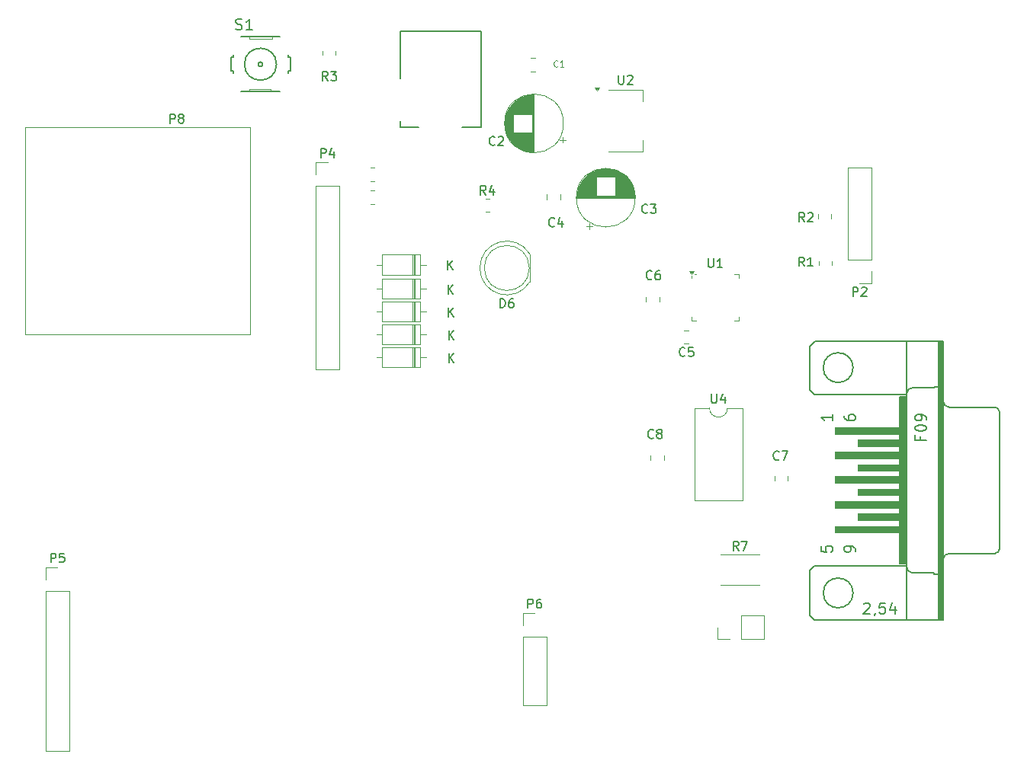
<source format=gto>
G04 #@! TF.GenerationSoftware,KiCad,Pcbnew,8.0.6*
G04 #@! TF.CreationDate,2025-01-16T09:59:48-05:00*
G04 #@! TF.ProjectId,RL78_F14_32p_Rev2,524c3738-5f46-4313-945f-3332705f5265,rev?*
G04 #@! TF.SameCoordinates,Original*
G04 #@! TF.FileFunction,Legend,Top*
G04 #@! TF.FilePolarity,Positive*
%FSLAX46Y46*%
G04 Gerber Fmt 4.6, Leading zero omitted, Abs format (unit mm)*
G04 Created by KiCad (PCBNEW 8.0.6) date 2025-01-16 09:59:48*
%MOMM*%
%LPD*%
G01*
G04 APERTURE LIST*
%ADD10C,0.100000*%
%ADD11C,0.150000*%
%ADD12C,0.127000*%
%ADD13C,0.203200*%
%ADD14C,0.120000*%
%ADD15C,0.152400*%
%ADD16C,0.050800*%
%ADD17C,0.000000*%
G04 APERTURE END LIST*
D10*
X129558133Y-71970366D02*
X129524800Y-72003700D01*
X129524800Y-72003700D02*
X129424800Y-72037033D01*
X129424800Y-72037033D02*
X129358133Y-72037033D01*
X129358133Y-72037033D02*
X129258133Y-72003700D01*
X129258133Y-72003700D02*
X129191467Y-71937033D01*
X129191467Y-71937033D02*
X129158133Y-71870366D01*
X129158133Y-71870366D02*
X129124800Y-71737033D01*
X129124800Y-71737033D02*
X129124800Y-71637033D01*
X129124800Y-71637033D02*
X129158133Y-71503700D01*
X129158133Y-71503700D02*
X129191467Y-71437033D01*
X129191467Y-71437033D02*
X129258133Y-71370366D01*
X129258133Y-71370366D02*
X129358133Y-71337033D01*
X129358133Y-71337033D02*
X129424800Y-71337033D01*
X129424800Y-71337033D02*
X129524800Y-71370366D01*
X129524800Y-71370366D02*
X129558133Y-71403700D01*
X130224800Y-72037033D02*
X129824800Y-72037033D01*
X130024800Y-72037033D02*
X130024800Y-71337033D01*
X130024800Y-71337033D02*
X129958133Y-71437033D01*
X129958133Y-71437033D02*
X129891467Y-71503700D01*
X129891467Y-71503700D02*
X129824800Y-71537033D01*
D11*
X117338095Y-94554819D02*
X117338095Y-93554819D01*
X117909523Y-94554819D02*
X117480952Y-93983390D01*
X117909523Y-93554819D02*
X117338095Y-94126247D01*
X117478095Y-104924819D02*
X117478095Y-103924819D01*
X118049523Y-104924819D02*
X117620952Y-104353390D01*
X118049523Y-103924819D02*
X117478095Y-104496247D01*
X156973333Y-89247319D02*
X156640000Y-88771128D01*
X156401905Y-89247319D02*
X156401905Y-88247319D01*
X156401905Y-88247319D02*
X156782857Y-88247319D01*
X156782857Y-88247319D02*
X156878095Y-88294938D01*
X156878095Y-88294938D02*
X156925714Y-88342557D01*
X156925714Y-88342557D02*
X156973333Y-88437795D01*
X156973333Y-88437795D02*
X156973333Y-88580652D01*
X156973333Y-88580652D02*
X156925714Y-88675890D01*
X156925714Y-88675890D02*
X156878095Y-88723509D01*
X156878095Y-88723509D02*
X156782857Y-88771128D01*
X156782857Y-88771128D02*
X156401905Y-88771128D01*
X157354286Y-88342557D02*
X157401905Y-88294938D01*
X157401905Y-88294938D02*
X157497143Y-88247319D01*
X157497143Y-88247319D02*
X157735238Y-88247319D01*
X157735238Y-88247319D02*
X157830476Y-88294938D01*
X157830476Y-88294938D02*
X157878095Y-88342557D01*
X157878095Y-88342557D02*
X157925714Y-88437795D01*
X157925714Y-88437795D02*
X157925714Y-88533033D01*
X157925714Y-88533033D02*
X157878095Y-88675890D01*
X157878095Y-88675890D02*
X157306667Y-89247319D01*
X157306667Y-89247319D02*
X157925714Y-89247319D01*
X121583333Y-86254819D02*
X121250000Y-85778628D01*
X121011905Y-86254819D02*
X121011905Y-85254819D01*
X121011905Y-85254819D02*
X121392857Y-85254819D01*
X121392857Y-85254819D02*
X121488095Y-85302438D01*
X121488095Y-85302438D02*
X121535714Y-85350057D01*
X121535714Y-85350057D02*
X121583333Y-85445295D01*
X121583333Y-85445295D02*
X121583333Y-85588152D01*
X121583333Y-85588152D02*
X121535714Y-85683390D01*
X121535714Y-85683390D02*
X121488095Y-85731009D01*
X121488095Y-85731009D02*
X121392857Y-85778628D01*
X121392857Y-85778628D02*
X121011905Y-85778628D01*
X122440476Y-85588152D02*
X122440476Y-86254819D01*
X122202381Y-85207200D02*
X121964286Y-85921485D01*
X121964286Y-85921485D02*
X122583333Y-85921485D01*
X104033333Y-73554819D02*
X103700000Y-73078628D01*
X103461905Y-73554819D02*
X103461905Y-72554819D01*
X103461905Y-72554819D02*
X103842857Y-72554819D01*
X103842857Y-72554819D02*
X103938095Y-72602438D01*
X103938095Y-72602438D02*
X103985714Y-72650057D01*
X103985714Y-72650057D02*
X104033333Y-72745295D01*
X104033333Y-72745295D02*
X104033333Y-72888152D01*
X104033333Y-72888152D02*
X103985714Y-72983390D01*
X103985714Y-72983390D02*
X103938095Y-73031009D01*
X103938095Y-73031009D02*
X103842857Y-73078628D01*
X103842857Y-73078628D02*
X103461905Y-73078628D01*
X104366667Y-72554819D02*
X104985714Y-72554819D01*
X104985714Y-72554819D02*
X104652381Y-72935771D01*
X104652381Y-72935771D02*
X104795238Y-72935771D01*
X104795238Y-72935771D02*
X104890476Y-72983390D01*
X104890476Y-72983390D02*
X104938095Y-73031009D01*
X104938095Y-73031009D02*
X104985714Y-73126247D01*
X104985714Y-73126247D02*
X104985714Y-73364342D01*
X104985714Y-73364342D02*
X104938095Y-73459580D01*
X104938095Y-73459580D02*
X104890476Y-73507200D01*
X104890476Y-73507200D02*
X104795238Y-73554819D01*
X104795238Y-73554819D02*
X104509524Y-73554819D01*
X104509524Y-73554819D02*
X104414286Y-73507200D01*
X104414286Y-73507200D02*
X104366667Y-73459580D01*
X86511905Y-78304819D02*
X86511905Y-77304819D01*
X86511905Y-77304819D02*
X86892857Y-77304819D01*
X86892857Y-77304819D02*
X86988095Y-77352438D01*
X86988095Y-77352438D02*
X87035714Y-77400057D01*
X87035714Y-77400057D02*
X87083333Y-77495295D01*
X87083333Y-77495295D02*
X87083333Y-77638152D01*
X87083333Y-77638152D02*
X87035714Y-77733390D01*
X87035714Y-77733390D02*
X86988095Y-77781009D01*
X86988095Y-77781009D02*
X86892857Y-77828628D01*
X86892857Y-77828628D02*
X86511905Y-77828628D01*
X87654762Y-77733390D02*
X87559524Y-77685771D01*
X87559524Y-77685771D02*
X87511905Y-77638152D01*
X87511905Y-77638152D02*
X87464286Y-77542914D01*
X87464286Y-77542914D02*
X87464286Y-77495295D01*
X87464286Y-77495295D02*
X87511905Y-77400057D01*
X87511905Y-77400057D02*
X87559524Y-77352438D01*
X87559524Y-77352438D02*
X87654762Y-77304819D01*
X87654762Y-77304819D02*
X87845238Y-77304819D01*
X87845238Y-77304819D02*
X87940476Y-77352438D01*
X87940476Y-77352438D02*
X87988095Y-77400057D01*
X87988095Y-77400057D02*
X88035714Y-77495295D01*
X88035714Y-77495295D02*
X88035714Y-77542914D01*
X88035714Y-77542914D02*
X87988095Y-77638152D01*
X87988095Y-77638152D02*
X87940476Y-77685771D01*
X87940476Y-77685771D02*
X87845238Y-77733390D01*
X87845238Y-77733390D02*
X87654762Y-77733390D01*
X87654762Y-77733390D02*
X87559524Y-77781009D01*
X87559524Y-77781009D02*
X87511905Y-77828628D01*
X87511905Y-77828628D02*
X87464286Y-77923866D01*
X87464286Y-77923866D02*
X87464286Y-78114342D01*
X87464286Y-78114342D02*
X87511905Y-78209580D01*
X87511905Y-78209580D02*
X87559524Y-78257200D01*
X87559524Y-78257200D02*
X87654762Y-78304819D01*
X87654762Y-78304819D02*
X87845238Y-78304819D01*
X87845238Y-78304819D02*
X87940476Y-78257200D01*
X87940476Y-78257200D02*
X87988095Y-78209580D01*
X87988095Y-78209580D02*
X88035714Y-78114342D01*
X88035714Y-78114342D02*
X88035714Y-77923866D01*
X88035714Y-77923866D02*
X87988095Y-77828628D01*
X87988095Y-77828628D02*
X87940476Y-77781009D01*
X87940476Y-77781009D02*
X87845238Y-77733390D01*
X103261905Y-82124819D02*
X103261905Y-81124819D01*
X103261905Y-81124819D02*
X103642857Y-81124819D01*
X103642857Y-81124819D02*
X103738095Y-81172438D01*
X103738095Y-81172438D02*
X103785714Y-81220057D01*
X103785714Y-81220057D02*
X103833333Y-81315295D01*
X103833333Y-81315295D02*
X103833333Y-81458152D01*
X103833333Y-81458152D02*
X103785714Y-81553390D01*
X103785714Y-81553390D02*
X103738095Y-81601009D01*
X103738095Y-81601009D02*
X103642857Y-81648628D01*
X103642857Y-81648628D02*
X103261905Y-81648628D01*
X104690476Y-81458152D02*
X104690476Y-82124819D01*
X104452381Y-81077200D02*
X104214286Y-81791485D01*
X104214286Y-81791485D02*
X104833333Y-81791485D01*
X139533333Y-88209600D02*
X139485714Y-88257220D01*
X139485714Y-88257220D02*
X139342857Y-88304839D01*
X139342857Y-88304839D02*
X139247619Y-88304839D01*
X139247619Y-88304839D02*
X139104762Y-88257220D01*
X139104762Y-88257220D02*
X139009524Y-88161981D01*
X139009524Y-88161981D02*
X138961905Y-88066743D01*
X138961905Y-88066743D02*
X138914286Y-87876267D01*
X138914286Y-87876267D02*
X138914286Y-87733410D01*
X138914286Y-87733410D02*
X138961905Y-87542934D01*
X138961905Y-87542934D02*
X139009524Y-87447696D01*
X139009524Y-87447696D02*
X139104762Y-87352458D01*
X139104762Y-87352458D02*
X139247619Y-87304839D01*
X139247619Y-87304839D02*
X139342857Y-87304839D01*
X139342857Y-87304839D02*
X139485714Y-87352458D01*
X139485714Y-87352458D02*
X139533333Y-87400077D01*
X139866667Y-87304839D02*
X140485714Y-87304839D01*
X140485714Y-87304839D02*
X140152381Y-87685791D01*
X140152381Y-87685791D02*
X140295238Y-87685791D01*
X140295238Y-87685791D02*
X140390476Y-87733410D01*
X140390476Y-87733410D02*
X140438095Y-87781029D01*
X140438095Y-87781029D02*
X140485714Y-87876267D01*
X140485714Y-87876267D02*
X140485714Y-88114362D01*
X140485714Y-88114362D02*
X140438095Y-88209600D01*
X140438095Y-88209600D02*
X140390476Y-88257220D01*
X140390476Y-88257220D02*
X140295238Y-88304839D01*
X140295238Y-88304839D02*
X140009524Y-88304839D01*
X140009524Y-88304839D02*
X139914286Y-88257220D01*
X139914286Y-88257220D02*
X139866667Y-88209600D01*
X122584154Y-80691180D02*
X122536535Y-80738800D01*
X122536535Y-80738800D02*
X122393678Y-80786419D01*
X122393678Y-80786419D02*
X122298440Y-80786419D01*
X122298440Y-80786419D02*
X122155583Y-80738800D01*
X122155583Y-80738800D02*
X122060345Y-80643561D01*
X122060345Y-80643561D02*
X122012726Y-80548323D01*
X122012726Y-80548323D02*
X121965107Y-80357847D01*
X121965107Y-80357847D02*
X121965107Y-80214990D01*
X121965107Y-80214990D02*
X122012726Y-80024514D01*
X122012726Y-80024514D02*
X122060345Y-79929276D01*
X122060345Y-79929276D02*
X122155583Y-79834038D01*
X122155583Y-79834038D02*
X122298440Y-79786419D01*
X122298440Y-79786419D02*
X122393678Y-79786419D01*
X122393678Y-79786419D02*
X122536535Y-79834038D01*
X122536535Y-79834038D02*
X122584154Y-79881657D01*
X122965107Y-79881657D02*
X123012726Y-79834038D01*
X123012726Y-79834038D02*
X123107964Y-79786419D01*
X123107964Y-79786419D02*
X123346059Y-79786419D01*
X123346059Y-79786419D02*
X123441297Y-79834038D01*
X123441297Y-79834038D02*
X123488916Y-79881657D01*
X123488916Y-79881657D02*
X123536535Y-79976895D01*
X123536535Y-79976895D02*
X123536535Y-80072133D01*
X123536535Y-80072133D02*
X123488916Y-80214990D01*
X123488916Y-80214990D02*
X122917488Y-80786419D01*
X122917488Y-80786419D02*
X123536535Y-80786419D01*
X117478095Y-102384819D02*
X117478095Y-101384819D01*
X118049523Y-102384819D02*
X117620952Y-101813390D01*
X118049523Y-101384819D02*
X117478095Y-101956247D01*
X140008333Y-95597080D02*
X139960714Y-95644700D01*
X139960714Y-95644700D02*
X139817857Y-95692319D01*
X139817857Y-95692319D02*
X139722619Y-95692319D01*
X139722619Y-95692319D02*
X139579762Y-95644700D01*
X139579762Y-95644700D02*
X139484524Y-95549461D01*
X139484524Y-95549461D02*
X139436905Y-95454223D01*
X139436905Y-95454223D02*
X139389286Y-95263747D01*
X139389286Y-95263747D02*
X139389286Y-95120890D01*
X139389286Y-95120890D02*
X139436905Y-94930414D01*
X139436905Y-94930414D02*
X139484524Y-94835176D01*
X139484524Y-94835176D02*
X139579762Y-94739938D01*
X139579762Y-94739938D02*
X139722619Y-94692319D01*
X139722619Y-94692319D02*
X139817857Y-94692319D01*
X139817857Y-94692319D02*
X139960714Y-94739938D01*
X139960714Y-94739938D02*
X140008333Y-94787557D01*
X140865476Y-94692319D02*
X140675000Y-94692319D01*
X140675000Y-94692319D02*
X140579762Y-94739938D01*
X140579762Y-94739938D02*
X140532143Y-94787557D01*
X140532143Y-94787557D02*
X140436905Y-94930414D01*
X140436905Y-94930414D02*
X140389286Y-95120890D01*
X140389286Y-95120890D02*
X140389286Y-95501842D01*
X140389286Y-95501842D02*
X140436905Y-95597080D01*
X140436905Y-95597080D02*
X140484524Y-95644700D01*
X140484524Y-95644700D02*
X140579762Y-95692319D01*
X140579762Y-95692319D02*
X140770238Y-95692319D01*
X140770238Y-95692319D02*
X140865476Y-95644700D01*
X140865476Y-95644700D02*
X140913095Y-95597080D01*
X140913095Y-95597080D02*
X140960714Y-95501842D01*
X140960714Y-95501842D02*
X140960714Y-95263747D01*
X140960714Y-95263747D02*
X140913095Y-95168509D01*
X140913095Y-95168509D02*
X140865476Y-95120890D01*
X140865476Y-95120890D02*
X140770238Y-95073271D01*
X140770238Y-95073271D02*
X140579762Y-95073271D01*
X140579762Y-95073271D02*
X140484524Y-95120890D01*
X140484524Y-95120890D02*
X140436905Y-95168509D01*
X140436905Y-95168509D02*
X140389286Y-95263747D01*
X146648095Y-108424819D02*
X146648095Y-109234342D01*
X146648095Y-109234342D02*
X146695714Y-109329580D01*
X146695714Y-109329580D02*
X146743333Y-109377200D01*
X146743333Y-109377200D02*
X146838571Y-109424819D01*
X146838571Y-109424819D02*
X147029047Y-109424819D01*
X147029047Y-109424819D02*
X147124285Y-109377200D01*
X147124285Y-109377200D02*
X147171904Y-109329580D01*
X147171904Y-109329580D02*
X147219523Y-109234342D01*
X147219523Y-109234342D02*
X147219523Y-108424819D01*
X148124285Y-108758152D02*
X148124285Y-109424819D01*
X147886190Y-108377200D02*
X147648095Y-109091485D01*
X147648095Y-109091485D02*
X148267142Y-109091485D01*
X117378095Y-97304819D02*
X117378095Y-96304819D01*
X117949523Y-97304819D02*
X117520952Y-96733390D01*
X117949523Y-96304819D02*
X117378095Y-96876247D01*
X154133333Y-115659580D02*
X154085714Y-115707200D01*
X154085714Y-115707200D02*
X153942857Y-115754819D01*
X153942857Y-115754819D02*
X153847619Y-115754819D01*
X153847619Y-115754819D02*
X153704762Y-115707200D01*
X153704762Y-115707200D02*
X153609524Y-115611961D01*
X153609524Y-115611961D02*
X153561905Y-115516723D01*
X153561905Y-115516723D02*
X153514286Y-115326247D01*
X153514286Y-115326247D02*
X153514286Y-115183390D01*
X153514286Y-115183390D02*
X153561905Y-114992914D01*
X153561905Y-114992914D02*
X153609524Y-114897676D01*
X153609524Y-114897676D02*
X153704762Y-114802438D01*
X153704762Y-114802438D02*
X153847619Y-114754819D01*
X153847619Y-114754819D02*
X153942857Y-114754819D01*
X153942857Y-114754819D02*
X154085714Y-114802438D01*
X154085714Y-114802438D02*
X154133333Y-114850057D01*
X154466667Y-114754819D02*
X155133333Y-114754819D01*
X155133333Y-114754819D02*
X154704762Y-115754819D01*
X140183333Y-113259580D02*
X140135714Y-113307200D01*
X140135714Y-113307200D02*
X139992857Y-113354819D01*
X139992857Y-113354819D02*
X139897619Y-113354819D01*
X139897619Y-113354819D02*
X139754762Y-113307200D01*
X139754762Y-113307200D02*
X139659524Y-113211961D01*
X139659524Y-113211961D02*
X139611905Y-113116723D01*
X139611905Y-113116723D02*
X139564286Y-112926247D01*
X139564286Y-112926247D02*
X139564286Y-112783390D01*
X139564286Y-112783390D02*
X139611905Y-112592914D01*
X139611905Y-112592914D02*
X139659524Y-112497676D01*
X139659524Y-112497676D02*
X139754762Y-112402438D01*
X139754762Y-112402438D02*
X139897619Y-112354819D01*
X139897619Y-112354819D02*
X139992857Y-112354819D01*
X139992857Y-112354819D02*
X140135714Y-112402438D01*
X140135714Y-112402438D02*
X140183333Y-112450057D01*
X140754762Y-112783390D02*
X140659524Y-112735771D01*
X140659524Y-112735771D02*
X140611905Y-112688152D01*
X140611905Y-112688152D02*
X140564286Y-112592914D01*
X140564286Y-112592914D02*
X140564286Y-112545295D01*
X140564286Y-112545295D02*
X140611905Y-112450057D01*
X140611905Y-112450057D02*
X140659524Y-112402438D01*
X140659524Y-112402438D02*
X140754762Y-112354819D01*
X140754762Y-112354819D02*
X140945238Y-112354819D01*
X140945238Y-112354819D02*
X141040476Y-112402438D01*
X141040476Y-112402438D02*
X141088095Y-112450057D01*
X141088095Y-112450057D02*
X141135714Y-112545295D01*
X141135714Y-112545295D02*
X141135714Y-112592914D01*
X141135714Y-112592914D02*
X141088095Y-112688152D01*
X141088095Y-112688152D02*
X141040476Y-112735771D01*
X141040476Y-112735771D02*
X140945238Y-112783390D01*
X140945238Y-112783390D02*
X140754762Y-112783390D01*
X140754762Y-112783390D02*
X140659524Y-112831009D01*
X140659524Y-112831009D02*
X140611905Y-112878628D01*
X140611905Y-112878628D02*
X140564286Y-112973866D01*
X140564286Y-112973866D02*
X140564286Y-113164342D01*
X140564286Y-113164342D02*
X140611905Y-113259580D01*
X140611905Y-113259580D02*
X140659524Y-113307200D01*
X140659524Y-113307200D02*
X140754762Y-113354819D01*
X140754762Y-113354819D02*
X140945238Y-113354819D01*
X140945238Y-113354819D02*
X141040476Y-113307200D01*
X141040476Y-113307200D02*
X141088095Y-113259580D01*
X141088095Y-113259580D02*
X141135714Y-113164342D01*
X141135714Y-113164342D02*
X141135714Y-112973866D01*
X141135714Y-112973866D02*
X141088095Y-112878628D01*
X141088095Y-112878628D02*
X141040476Y-112831009D01*
X141040476Y-112831009D02*
X140945238Y-112783390D01*
X146280595Y-93324819D02*
X146280595Y-94134342D01*
X146280595Y-94134342D02*
X146328214Y-94229580D01*
X146328214Y-94229580D02*
X146375833Y-94277200D01*
X146375833Y-94277200D02*
X146471071Y-94324819D01*
X146471071Y-94324819D02*
X146661547Y-94324819D01*
X146661547Y-94324819D02*
X146756785Y-94277200D01*
X146756785Y-94277200D02*
X146804404Y-94229580D01*
X146804404Y-94229580D02*
X146852023Y-94134342D01*
X146852023Y-94134342D02*
X146852023Y-93324819D01*
X147852023Y-94324819D02*
X147280595Y-94324819D01*
X147566309Y-94324819D02*
X147566309Y-93324819D01*
X147566309Y-93324819D02*
X147471071Y-93467676D01*
X147471071Y-93467676D02*
X147375833Y-93562914D01*
X147375833Y-93562914D02*
X147280595Y-93610533D01*
X73261905Y-127124819D02*
X73261905Y-126124819D01*
X73261905Y-126124819D02*
X73642857Y-126124819D01*
X73642857Y-126124819D02*
X73738095Y-126172438D01*
X73738095Y-126172438D02*
X73785714Y-126220057D01*
X73785714Y-126220057D02*
X73833333Y-126315295D01*
X73833333Y-126315295D02*
X73833333Y-126458152D01*
X73833333Y-126458152D02*
X73785714Y-126553390D01*
X73785714Y-126553390D02*
X73738095Y-126601009D01*
X73738095Y-126601009D02*
X73642857Y-126648628D01*
X73642857Y-126648628D02*
X73261905Y-126648628D01*
X74738095Y-126124819D02*
X74261905Y-126124819D01*
X74261905Y-126124819D02*
X74214286Y-126601009D01*
X74214286Y-126601009D02*
X74261905Y-126553390D01*
X74261905Y-126553390D02*
X74357143Y-126505771D01*
X74357143Y-126505771D02*
X74595238Y-126505771D01*
X74595238Y-126505771D02*
X74690476Y-126553390D01*
X74690476Y-126553390D02*
X74738095Y-126601009D01*
X74738095Y-126601009D02*
X74785714Y-126696247D01*
X74785714Y-126696247D02*
X74785714Y-126934342D01*
X74785714Y-126934342D02*
X74738095Y-127029580D01*
X74738095Y-127029580D02*
X74690476Y-127077200D01*
X74690476Y-127077200D02*
X74595238Y-127124819D01*
X74595238Y-127124819D02*
X74357143Y-127124819D01*
X74357143Y-127124819D02*
X74261905Y-127077200D01*
X74261905Y-127077200D02*
X74214286Y-127029580D01*
X129193333Y-89719580D02*
X129145714Y-89767200D01*
X129145714Y-89767200D02*
X129002857Y-89814819D01*
X129002857Y-89814819D02*
X128907619Y-89814819D01*
X128907619Y-89814819D02*
X128764762Y-89767200D01*
X128764762Y-89767200D02*
X128669524Y-89671961D01*
X128669524Y-89671961D02*
X128621905Y-89576723D01*
X128621905Y-89576723D02*
X128574286Y-89386247D01*
X128574286Y-89386247D02*
X128574286Y-89243390D01*
X128574286Y-89243390D02*
X128621905Y-89052914D01*
X128621905Y-89052914D02*
X128669524Y-88957676D01*
X128669524Y-88957676D02*
X128764762Y-88862438D01*
X128764762Y-88862438D02*
X128907619Y-88814819D01*
X128907619Y-88814819D02*
X129002857Y-88814819D01*
X129002857Y-88814819D02*
X129145714Y-88862438D01*
X129145714Y-88862438D02*
X129193333Y-88910057D01*
X130050476Y-89148152D02*
X130050476Y-89814819D01*
X129812381Y-88767200D02*
X129574286Y-89481485D01*
X129574286Y-89481485D02*
X130193333Y-89481485D01*
X156933333Y-94197319D02*
X156600000Y-93721128D01*
X156361905Y-94197319D02*
X156361905Y-93197319D01*
X156361905Y-93197319D02*
X156742857Y-93197319D01*
X156742857Y-93197319D02*
X156838095Y-93244938D01*
X156838095Y-93244938D02*
X156885714Y-93292557D01*
X156885714Y-93292557D02*
X156933333Y-93387795D01*
X156933333Y-93387795D02*
X156933333Y-93530652D01*
X156933333Y-93530652D02*
X156885714Y-93625890D01*
X156885714Y-93625890D02*
X156838095Y-93673509D01*
X156838095Y-93673509D02*
X156742857Y-93721128D01*
X156742857Y-93721128D02*
X156361905Y-93721128D01*
X157885714Y-94197319D02*
X157314286Y-94197319D01*
X157600000Y-94197319D02*
X157600000Y-93197319D01*
X157600000Y-93197319D02*
X157504762Y-93340176D01*
X157504762Y-93340176D02*
X157409524Y-93435414D01*
X157409524Y-93435414D02*
X157314286Y-93483033D01*
X162341905Y-97527319D02*
X162341905Y-96527319D01*
X162341905Y-96527319D02*
X162722857Y-96527319D01*
X162722857Y-96527319D02*
X162818095Y-96574938D01*
X162818095Y-96574938D02*
X162865714Y-96622557D01*
X162865714Y-96622557D02*
X162913333Y-96717795D01*
X162913333Y-96717795D02*
X162913333Y-96860652D01*
X162913333Y-96860652D02*
X162865714Y-96955890D01*
X162865714Y-96955890D02*
X162818095Y-97003509D01*
X162818095Y-97003509D02*
X162722857Y-97051128D01*
X162722857Y-97051128D02*
X162341905Y-97051128D01*
X163294286Y-96622557D02*
X163341905Y-96574938D01*
X163341905Y-96574938D02*
X163437143Y-96527319D01*
X163437143Y-96527319D02*
X163675238Y-96527319D01*
X163675238Y-96527319D02*
X163770476Y-96574938D01*
X163770476Y-96574938D02*
X163818095Y-96622557D01*
X163818095Y-96622557D02*
X163865714Y-96717795D01*
X163865714Y-96717795D02*
X163865714Y-96813033D01*
X163865714Y-96813033D02*
X163818095Y-96955890D01*
X163818095Y-96955890D02*
X163246667Y-97527319D01*
X163246667Y-97527319D02*
X163865714Y-97527319D01*
X149633333Y-125784819D02*
X149300000Y-125308628D01*
X149061905Y-125784819D02*
X149061905Y-124784819D01*
X149061905Y-124784819D02*
X149442857Y-124784819D01*
X149442857Y-124784819D02*
X149538095Y-124832438D01*
X149538095Y-124832438D02*
X149585714Y-124880057D01*
X149585714Y-124880057D02*
X149633333Y-124975295D01*
X149633333Y-124975295D02*
X149633333Y-125118152D01*
X149633333Y-125118152D02*
X149585714Y-125213390D01*
X149585714Y-125213390D02*
X149538095Y-125261009D01*
X149538095Y-125261009D02*
X149442857Y-125308628D01*
X149442857Y-125308628D02*
X149061905Y-125308628D01*
X149966667Y-124784819D02*
X150633333Y-124784819D01*
X150633333Y-124784819D02*
X150204762Y-125784819D01*
D12*
X93815361Y-67855291D02*
X93987718Y-67912743D01*
X93987718Y-67912743D02*
X94274980Y-67912743D01*
X94274980Y-67912743D02*
X94389885Y-67855291D01*
X94389885Y-67855291D02*
X94447337Y-67797838D01*
X94447337Y-67797838D02*
X94504790Y-67682933D01*
X94504790Y-67682933D02*
X94504790Y-67568029D01*
X94504790Y-67568029D02*
X94447337Y-67453124D01*
X94447337Y-67453124D02*
X94389885Y-67395671D01*
X94389885Y-67395671D02*
X94274980Y-67338219D01*
X94274980Y-67338219D02*
X94045171Y-67280767D01*
X94045171Y-67280767D02*
X93930266Y-67223314D01*
X93930266Y-67223314D02*
X93872813Y-67165862D01*
X93872813Y-67165862D02*
X93815361Y-67050957D01*
X93815361Y-67050957D02*
X93815361Y-66936052D01*
X93815361Y-66936052D02*
X93872813Y-66821148D01*
X93872813Y-66821148D02*
X93930266Y-66763695D01*
X93930266Y-66763695D02*
X94045171Y-66706243D01*
X94045171Y-66706243D02*
X94332432Y-66706243D01*
X94332432Y-66706243D02*
X94504790Y-66763695D01*
X95653838Y-67912743D02*
X94964409Y-67912743D01*
X95309123Y-67912743D02*
X95309123Y-66706243D01*
X95309123Y-66706243D02*
X95194219Y-66878600D01*
X95194219Y-66878600D02*
X95079314Y-66993505D01*
X95079314Y-66993505D02*
X94964409Y-67050957D01*
D11*
X126261905Y-132204819D02*
X126261905Y-131204819D01*
X126261905Y-131204819D02*
X126642857Y-131204819D01*
X126642857Y-131204819D02*
X126738095Y-131252438D01*
X126738095Y-131252438D02*
X126785714Y-131300057D01*
X126785714Y-131300057D02*
X126833333Y-131395295D01*
X126833333Y-131395295D02*
X126833333Y-131538152D01*
X126833333Y-131538152D02*
X126785714Y-131633390D01*
X126785714Y-131633390D02*
X126738095Y-131681009D01*
X126738095Y-131681009D02*
X126642857Y-131728628D01*
X126642857Y-131728628D02*
X126261905Y-131728628D01*
X127690476Y-131204819D02*
X127500000Y-131204819D01*
X127500000Y-131204819D02*
X127404762Y-131252438D01*
X127404762Y-131252438D02*
X127357143Y-131300057D01*
X127357143Y-131300057D02*
X127261905Y-131442914D01*
X127261905Y-131442914D02*
X127214286Y-131633390D01*
X127214286Y-131633390D02*
X127214286Y-132014342D01*
X127214286Y-132014342D02*
X127261905Y-132109580D01*
X127261905Y-132109580D02*
X127309524Y-132157200D01*
X127309524Y-132157200D02*
X127404762Y-132204819D01*
X127404762Y-132204819D02*
X127595238Y-132204819D01*
X127595238Y-132204819D02*
X127690476Y-132157200D01*
X127690476Y-132157200D02*
X127738095Y-132109580D01*
X127738095Y-132109580D02*
X127785714Y-132014342D01*
X127785714Y-132014342D02*
X127785714Y-131776247D01*
X127785714Y-131776247D02*
X127738095Y-131681009D01*
X127738095Y-131681009D02*
X127690476Y-131633390D01*
X127690476Y-131633390D02*
X127595238Y-131585771D01*
X127595238Y-131585771D02*
X127404762Y-131585771D01*
X127404762Y-131585771D02*
X127309524Y-131633390D01*
X127309524Y-131633390D02*
X127261905Y-131681009D01*
X127261905Y-131681009D02*
X127214286Y-131776247D01*
X136318095Y-72982319D02*
X136318095Y-73791842D01*
X136318095Y-73791842D02*
X136365714Y-73887080D01*
X136365714Y-73887080D02*
X136413333Y-73934700D01*
X136413333Y-73934700D02*
X136508571Y-73982319D01*
X136508571Y-73982319D02*
X136699047Y-73982319D01*
X136699047Y-73982319D02*
X136794285Y-73934700D01*
X136794285Y-73934700D02*
X136841904Y-73887080D01*
X136841904Y-73887080D02*
X136889523Y-73791842D01*
X136889523Y-73791842D02*
X136889523Y-72982319D01*
X137318095Y-73077557D02*
X137365714Y-73029938D01*
X137365714Y-73029938D02*
X137460952Y-72982319D01*
X137460952Y-72982319D02*
X137699047Y-72982319D01*
X137699047Y-72982319D02*
X137794285Y-73029938D01*
X137794285Y-73029938D02*
X137841904Y-73077557D01*
X137841904Y-73077557D02*
X137889523Y-73172795D01*
X137889523Y-73172795D02*
X137889523Y-73268033D01*
X137889523Y-73268033D02*
X137841904Y-73410890D01*
X137841904Y-73410890D02*
X137270476Y-73982319D01*
X137270476Y-73982319D02*
X137889523Y-73982319D01*
X143695833Y-104139580D02*
X143648214Y-104187200D01*
X143648214Y-104187200D02*
X143505357Y-104234819D01*
X143505357Y-104234819D02*
X143410119Y-104234819D01*
X143410119Y-104234819D02*
X143267262Y-104187200D01*
X143267262Y-104187200D02*
X143172024Y-104091961D01*
X143172024Y-104091961D02*
X143124405Y-103996723D01*
X143124405Y-103996723D02*
X143076786Y-103806247D01*
X143076786Y-103806247D02*
X143076786Y-103663390D01*
X143076786Y-103663390D02*
X143124405Y-103472914D01*
X143124405Y-103472914D02*
X143172024Y-103377676D01*
X143172024Y-103377676D02*
X143267262Y-103282438D01*
X143267262Y-103282438D02*
X143410119Y-103234819D01*
X143410119Y-103234819D02*
X143505357Y-103234819D01*
X143505357Y-103234819D02*
X143648214Y-103282438D01*
X143648214Y-103282438D02*
X143695833Y-103330057D01*
X144600595Y-103234819D02*
X144124405Y-103234819D01*
X144124405Y-103234819D02*
X144076786Y-103711009D01*
X144076786Y-103711009D02*
X144124405Y-103663390D01*
X144124405Y-103663390D02*
X144219643Y-103615771D01*
X144219643Y-103615771D02*
X144457738Y-103615771D01*
X144457738Y-103615771D02*
X144552976Y-103663390D01*
X144552976Y-103663390D02*
X144600595Y-103711009D01*
X144600595Y-103711009D02*
X144648214Y-103806247D01*
X144648214Y-103806247D02*
X144648214Y-104044342D01*
X144648214Y-104044342D02*
X144600595Y-104139580D01*
X144600595Y-104139580D02*
X144552976Y-104187200D01*
X144552976Y-104187200D02*
X144457738Y-104234819D01*
X144457738Y-104234819D02*
X144219643Y-104234819D01*
X144219643Y-104234819D02*
X144124405Y-104187200D01*
X144124405Y-104187200D02*
X144076786Y-104139580D01*
X123166905Y-98814819D02*
X123166905Y-97814819D01*
X123166905Y-97814819D02*
X123405000Y-97814819D01*
X123405000Y-97814819D02*
X123547857Y-97862438D01*
X123547857Y-97862438D02*
X123643095Y-97957676D01*
X123643095Y-97957676D02*
X123690714Y-98052914D01*
X123690714Y-98052914D02*
X123738333Y-98243390D01*
X123738333Y-98243390D02*
X123738333Y-98386247D01*
X123738333Y-98386247D02*
X123690714Y-98576723D01*
X123690714Y-98576723D02*
X123643095Y-98671961D01*
X123643095Y-98671961D02*
X123547857Y-98767200D01*
X123547857Y-98767200D02*
X123405000Y-98814819D01*
X123405000Y-98814819D02*
X123166905Y-98814819D01*
X124595476Y-97814819D02*
X124405000Y-97814819D01*
X124405000Y-97814819D02*
X124309762Y-97862438D01*
X124309762Y-97862438D02*
X124262143Y-97910057D01*
X124262143Y-97910057D02*
X124166905Y-98052914D01*
X124166905Y-98052914D02*
X124119286Y-98243390D01*
X124119286Y-98243390D02*
X124119286Y-98624342D01*
X124119286Y-98624342D02*
X124166905Y-98719580D01*
X124166905Y-98719580D02*
X124214524Y-98767200D01*
X124214524Y-98767200D02*
X124309762Y-98814819D01*
X124309762Y-98814819D02*
X124500238Y-98814819D01*
X124500238Y-98814819D02*
X124595476Y-98767200D01*
X124595476Y-98767200D02*
X124643095Y-98719580D01*
X124643095Y-98719580D02*
X124690714Y-98624342D01*
X124690714Y-98624342D02*
X124690714Y-98386247D01*
X124690714Y-98386247D02*
X124643095Y-98291009D01*
X124643095Y-98291009D02*
X124595476Y-98243390D01*
X124595476Y-98243390D02*
X124500238Y-98195771D01*
X124500238Y-98195771D02*
X124309762Y-98195771D01*
X124309762Y-98195771D02*
X124214524Y-98243390D01*
X124214524Y-98243390D02*
X124166905Y-98291009D01*
X124166905Y-98291009D02*
X124119286Y-98386247D01*
D12*
X161385848Y-110808266D02*
X161385848Y-111038076D01*
X161385848Y-111038076D02*
X161443300Y-111152980D01*
X161443300Y-111152980D02*
X161500753Y-111210433D01*
X161500753Y-111210433D02*
X161673110Y-111325338D01*
X161673110Y-111325338D02*
X161902919Y-111382790D01*
X161902919Y-111382790D02*
X162362538Y-111382790D01*
X162362538Y-111382790D02*
X162477443Y-111325338D01*
X162477443Y-111325338D02*
X162534896Y-111267885D01*
X162534896Y-111267885D02*
X162592348Y-111152980D01*
X162592348Y-111152980D02*
X162592348Y-110923171D01*
X162592348Y-110923171D02*
X162534896Y-110808266D01*
X162534896Y-110808266D02*
X162477443Y-110750814D01*
X162477443Y-110750814D02*
X162362538Y-110693361D01*
X162362538Y-110693361D02*
X162075276Y-110693361D01*
X162075276Y-110693361D02*
X161960372Y-110750814D01*
X161960372Y-110750814D02*
X161902919Y-110808266D01*
X161902919Y-110808266D02*
X161845467Y-110923171D01*
X161845467Y-110923171D02*
X161845467Y-111152980D01*
X161845467Y-111152980D02*
X161902919Y-111267885D01*
X161902919Y-111267885D02*
X161960372Y-111325338D01*
X161960372Y-111325338D02*
X162075276Y-111382790D01*
X158845848Y-125355814D02*
X158845848Y-125930338D01*
X158845848Y-125930338D02*
X159420372Y-125987790D01*
X159420372Y-125987790D02*
X159362919Y-125930338D01*
X159362919Y-125930338D02*
X159305467Y-125815433D01*
X159305467Y-125815433D02*
X159305467Y-125528171D01*
X159305467Y-125528171D02*
X159362919Y-125413266D01*
X159362919Y-125413266D02*
X159420372Y-125355814D01*
X159420372Y-125355814D02*
X159535276Y-125298361D01*
X159535276Y-125298361D02*
X159822538Y-125298361D01*
X159822538Y-125298361D02*
X159937443Y-125355814D01*
X159937443Y-125355814D02*
X159994896Y-125413266D01*
X159994896Y-125413266D02*
X160052348Y-125528171D01*
X160052348Y-125528171D02*
X160052348Y-125815433D01*
X160052348Y-125815433D02*
X159994896Y-125930338D01*
X159994896Y-125930338D02*
X159937443Y-125987790D01*
X162592348Y-125872885D02*
X162592348Y-125643076D01*
X162592348Y-125643076D02*
X162534896Y-125528171D01*
X162534896Y-125528171D02*
X162477443Y-125470719D01*
X162477443Y-125470719D02*
X162305086Y-125355814D01*
X162305086Y-125355814D02*
X162075276Y-125298361D01*
X162075276Y-125298361D02*
X161615657Y-125298361D01*
X161615657Y-125298361D02*
X161500753Y-125355814D01*
X161500753Y-125355814D02*
X161443300Y-125413266D01*
X161443300Y-125413266D02*
X161385848Y-125528171D01*
X161385848Y-125528171D02*
X161385848Y-125757980D01*
X161385848Y-125757980D02*
X161443300Y-125872885D01*
X161443300Y-125872885D02*
X161500753Y-125930338D01*
X161500753Y-125930338D02*
X161615657Y-125987790D01*
X161615657Y-125987790D02*
X161902919Y-125987790D01*
X161902919Y-125987790D02*
X162017824Y-125930338D01*
X162017824Y-125930338D02*
X162075276Y-125872885D01*
X162075276Y-125872885D02*
X162132729Y-125757980D01*
X162132729Y-125757980D02*
X162132729Y-125528171D01*
X162132729Y-125528171D02*
X162075276Y-125413266D01*
X162075276Y-125413266D02*
X162017824Y-125355814D01*
X162017824Y-125355814D02*
X161902919Y-125298361D01*
X169834372Y-113106362D02*
X169834372Y-113508529D01*
X170466348Y-113508529D02*
X169259848Y-113508529D01*
X169259848Y-113508529D02*
X169259848Y-112934005D01*
X169259848Y-112244576D02*
X169259848Y-112129671D01*
X169259848Y-112129671D02*
X169317300Y-112014767D01*
X169317300Y-112014767D02*
X169374753Y-111957314D01*
X169374753Y-111957314D02*
X169489657Y-111899862D01*
X169489657Y-111899862D02*
X169719467Y-111842409D01*
X169719467Y-111842409D02*
X170006729Y-111842409D01*
X170006729Y-111842409D02*
X170236538Y-111899862D01*
X170236538Y-111899862D02*
X170351443Y-111957314D01*
X170351443Y-111957314D02*
X170408896Y-112014767D01*
X170408896Y-112014767D02*
X170466348Y-112129671D01*
X170466348Y-112129671D02*
X170466348Y-112244576D01*
X170466348Y-112244576D02*
X170408896Y-112359481D01*
X170408896Y-112359481D02*
X170351443Y-112416933D01*
X170351443Y-112416933D02*
X170236538Y-112474386D01*
X170236538Y-112474386D02*
X170006729Y-112531838D01*
X170006729Y-112531838D02*
X169719467Y-112531838D01*
X169719467Y-112531838D02*
X169489657Y-112474386D01*
X169489657Y-112474386D02*
X169374753Y-112416933D01*
X169374753Y-112416933D02*
X169317300Y-112359481D01*
X169317300Y-112359481D02*
X169259848Y-112244576D01*
X170466348Y-111267885D02*
X170466348Y-111038076D01*
X170466348Y-111038076D02*
X170408896Y-110923171D01*
X170408896Y-110923171D02*
X170351443Y-110865719D01*
X170351443Y-110865719D02*
X170179086Y-110750814D01*
X170179086Y-110750814D02*
X169949276Y-110693361D01*
X169949276Y-110693361D02*
X169489657Y-110693361D01*
X169489657Y-110693361D02*
X169374753Y-110750814D01*
X169374753Y-110750814D02*
X169317300Y-110808266D01*
X169317300Y-110808266D02*
X169259848Y-110923171D01*
X169259848Y-110923171D02*
X169259848Y-111152980D01*
X169259848Y-111152980D02*
X169317300Y-111267885D01*
X169317300Y-111267885D02*
X169374753Y-111325338D01*
X169374753Y-111325338D02*
X169489657Y-111382790D01*
X169489657Y-111382790D02*
X169776919Y-111382790D01*
X169776919Y-111382790D02*
X169891824Y-111325338D01*
X169891824Y-111325338D02*
X169949276Y-111267885D01*
X169949276Y-111267885D02*
X170006729Y-111152980D01*
X170006729Y-111152980D02*
X170006729Y-110923171D01*
X170006729Y-110923171D02*
X169949276Y-110808266D01*
X169949276Y-110808266D02*
X169891824Y-110750814D01*
X169891824Y-110750814D02*
X169776919Y-110693361D01*
X160052348Y-110693361D02*
X160052348Y-111382790D01*
X160052348Y-111038076D02*
X158845848Y-111038076D01*
X158845848Y-111038076D02*
X159018205Y-111152980D01*
X159018205Y-111152980D02*
X159133110Y-111267885D01*
X159133110Y-111267885D02*
X159190562Y-111382790D01*
X163553361Y-131740148D02*
X163610813Y-131682695D01*
X163610813Y-131682695D02*
X163725718Y-131625243D01*
X163725718Y-131625243D02*
X164012980Y-131625243D01*
X164012980Y-131625243D02*
X164127885Y-131682695D01*
X164127885Y-131682695D02*
X164185337Y-131740148D01*
X164185337Y-131740148D02*
X164242790Y-131855052D01*
X164242790Y-131855052D02*
X164242790Y-131969957D01*
X164242790Y-131969957D02*
X164185337Y-132142314D01*
X164185337Y-132142314D02*
X163495909Y-132831743D01*
X163495909Y-132831743D02*
X164242790Y-132831743D01*
X164817314Y-132774291D02*
X164817314Y-132831743D01*
X164817314Y-132831743D02*
X164759861Y-132946648D01*
X164759861Y-132946648D02*
X164702409Y-133004100D01*
X165908909Y-131625243D02*
X165334385Y-131625243D01*
X165334385Y-131625243D02*
X165276933Y-132199767D01*
X165276933Y-132199767D02*
X165334385Y-132142314D01*
X165334385Y-132142314D02*
X165449290Y-132084862D01*
X165449290Y-132084862D02*
X165736552Y-132084862D01*
X165736552Y-132084862D02*
X165851457Y-132142314D01*
X165851457Y-132142314D02*
X165908909Y-132199767D01*
X165908909Y-132199767D02*
X165966362Y-132314671D01*
X165966362Y-132314671D02*
X165966362Y-132601933D01*
X165966362Y-132601933D02*
X165908909Y-132716838D01*
X165908909Y-132716838D02*
X165851457Y-132774291D01*
X165851457Y-132774291D02*
X165736552Y-132831743D01*
X165736552Y-132831743D02*
X165449290Y-132831743D01*
X165449290Y-132831743D02*
X165334385Y-132774291D01*
X165334385Y-132774291D02*
X165276933Y-132716838D01*
X167000505Y-132027410D02*
X167000505Y-132831743D01*
X166713243Y-131567791D02*
X166425981Y-132429576D01*
X166425981Y-132429576D02*
X167172862Y-132429576D01*
D11*
X117428095Y-99844819D02*
X117428095Y-98844819D01*
X117999523Y-99844819D02*
X117570952Y-99273390D01*
X117999523Y-98844819D02*
X117428095Y-99416247D01*
D13*
X112050000Y-68050000D02*
X112050000Y-73350000D01*
X112050000Y-78750000D02*
X112050000Y-78050000D01*
X112050000Y-78750000D02*
X114150000Y-78750000D01*
X121050000Y-68050000D02*
X112050000Y-68050000D01*
X121050000Y-68050000D02*
X121050000Y-78750000D01*
X121050000Y-78750000D02*
X118950000Y-78750000D01*
D14*
X127091252Y-71085000D02*
X126568748Y-71085000D01*
X127091252Y-72555000D02*
X126568748Y-72555000D01*
X109420000Y-94050000D02*
X110070000Y-94050000D01*
X110070000Y-92930000D02*
X110070000Y-95170000D01*
X110070000Y-95170000D02*
X114310000Y-95170000D01*
X113470000Y-95170000D02*
X113470000Y-92930000D01*
X113590000Y-95170000D02*
X113590000Y-92930000D01*
X113710000Y-95170000D02*
X113710000Y-92930000D01*
X114310000Y-92930000D02*
X110070000Y-92930000D01*
X114310000Y-95170000D02*
X114310000Y-92930000D01*
X114960000Y-94050000D02*
X114310000Y-94050000D01*
X147295000Y-135680000D02*
X147295000Y-134350000D01*
X148625000Y-135680000D02*
X147295000Y-135680000D01*
X149895000Y-133020000D02*
X152495000Y-133020000D01*
X149895000Y-135680000D02*
X149895000Y-133020000D01*
X149895000Y-135680000D02*
X152495000Y-135680000D01*
X152495000Y-135680000D02*
X152495000Y-133020000D01*
X109420000Y-104320000D02*
X110070000Y-104320000D01*
X110070000Y-103200000D02*
X110070000Y-105440000D01*
X110070000Y-105440000D02*
X114310000Y-105440000D01*
X113470000Y-105440000D02*
X113470000Y-103200000D01*
X113590000Y-105440000D02*
X113590000Y-103200000D01*
X113710000Y-105440000D02*
X113710000Y-103200000D01*
X114310000Y-103200000D02*
X110070000Y-103200000D01*
X114310000Y-105440000D02*
X114310000Y-103200000D01*
X114960000Y-104320000D02*
X114310000Y-104320000D01*
X158465000Y-88889564D02*
X158465000Y-88435436D01*
X159935000Y-88889564D02*
X159935000Y-88435436D01*
X121522936Y-86715000D02*
X121977064Y-86715000D01*
X121522936Y-88185000D02*
X121977064Y-88185000D01*
X103415000Y-70272936D02*
X103415000Y-70727064D01*
X104885000Y-70272936D02*
X104885000Y-70727064D01*
X70400000Y-78760000D02*
X70400000Y-101760000D01*
X70400000Y-101760000D02*
X95400000Y-101760000D01*
X95400000Y-78760000D02*
X70400000Y-78760000D01*
X95400000Y-101760000D02*
X95400000Y-78760000D01*
X102670000Y-82670000D02*
X104000000Y-82670000D01*
X102670000Y-84000000D02*
X102670000Y-82670000D01*
X102670000Y-85270000D02*
X102670000Y-105650000D01*
X102670000Y-85270000D02*
X105330000Y-85270000D01*
X102670000Y-105650000D02*
X105330000Y-105650000D01*
X105330000Y-85270000D02*
X105330000Y-105650000D01*
X131670000Y-86502400D02*
X138130000Y-86502400D01*
X131670000Y-86542400D02*
X138130000Y-86542400D01*
X131670000Y-86582400D02*
X138130000Y-86582400D01*
X131672000Y-86462400D02*
X138128000Y-86462400D01*
X131673000Y-86422400D02*
X138127000Y-86422400D01*
X131676000Y-86382400D02*
X138124000Y-86382400D01*
X131678000Y-86342400D02*
X133860000Y-86342400D01*
X131682000Y-86302400D02*
X133860000Y-86302400D01*
X131685000Y-86262400D02*
X133860000Y-86262400D01*
X131689000Y-86222400D02*
X133860000Y-86222400D01*
X131694000Y-86182400D02*
X133860000Y-86182400D01*
X131699000Y-86142400D02*
X133860000Y-86142400D01*
X131705000Y-86102400D02*
X133860000Y-86102400D01*
X131711000Y-86062400D02*
X133860000Y-86062400D01*
X131718000Y-86022400D02*
X133860000Y-86022400D01*
X131725000Y-85982400D02*
X133860000Y-85982400D01*
X131733000Y-85942400D02*
X133860000Y-85942400D01*
X131741000Y-85902400D02*
X133860000Y-85902400D01*
X131750000Y-85861400D02*
X133860000Y-85861400D01*
X131759000Y-85821400D02*
X133860000Y-85821400D01*
X131769000Y-85781400D02*
X133860000Y-85781400D01*
X131779000Y-85741400D02*
X133860000Y-85741400D01*
X131790000Y-85701400D02*
X133860000Y-85701400D01*
X131802000Y-85661400D02*
X133860000Y-85661400D01*
X131814000Y-85621400D02*
X133860000Y-85621400D01*
X131826000Y-85581400D02*
X133860000Y-85581400D01*
X131839000Y-85541400D02*
X133860000Y-85541400D01*
X131853000Y-85501400D02*
X133860000Y-85501400D01*
X131867000Y-85461400D02*
X133860000Y-85461400D01*
X131882000Y-85421400D02*
X133860000Y-85421400D01*
X131898000Y-85381400D02*
X133860000Y-85381400D01*
X131914000Y-85341400D02*
X133860000Y-85341400D01*
X131930000Y-85301400D02*
X133860000Y-85301400D01*
X131948000Y-85261400D02*
X133860000Y-85261400D01*
X131966000Y-85221400D02*
X133860000Y-85221400D01*
X131984000Y-85181400D02*
X133860000Y-85181400D01*
X132004000Y-85141400D02*
X133860000Y-85141400D01*
X132024000Y-85101400D02*
X133860000Y-85101400D01*
X132044000Y-85061400D02*
X133860000Y-85061400D01*
X132066000Y-85021400D02*
X133860000Y-85021400D01*
X132088000Y-84981400D02*
X133860000Y-84981400D01*
X132110000Y-84941400D02*
X133860000Y-84941400D01*
X132134000Y-84901400D02*
X133860000Y-84901400D01*
X132158000Y-84861400D02*
X133860000Y-84861400D01*
X132184000Y-84821400D02*
X133860000Y-84821400D01*
X132210000Y-84781400D02*
X133860000Y-84781400D01*
X132236000Y-84741400D02*
X133860000Y-84741400D01*
X132264000Y-84701400D02*
X133860000Y-84701400D01*
X132293000Y-84661400D02*
X133860000Y-84661400D01*
X132322000Y-84621400D02*
X133860000Y-84621400D01*
X132352000Y-84581400D02*
X133860000Y-84581400D01*
X132384000Y-84541400D02*
X133860000Y-84541400D01*
X132416000Y-84501400D02*
X133860000Y-84501400D01*
X132450000Y-84461400D02*
X133860000Y-84461400D01*
X132484000Y-84421400D02*
X133860000Y-84421400D01*
X132520000Y-84381400D02*
X133860000Y-84381400D01*
X132557000Y-84341400D02*
X133860000Y-84341400D01*
X132595000Y-84301400D02*
X133860000Y-84301400D01*
X132635000Y-84261400D02*
X137165000Y-84261400D01*
X132676000Y-84221400D02*
X137124000Y-84221400D01*
X132718000Y-84181400D02*
X137082000Y-84181400D01*
X132746000Y-89767641D02*
X133376000Y-89767641D01*
X132763000Y-84141400D02*
X137037000Y-84141400D01*
X132808000Y-84101400D02*
X136992000Y-84101400D01*
X132856000Y-84061400D02*
X136944000Y-84061400D01*
X132905000Y-84021400D02*
X136895000Y-84021400D01*
X132956000Y-83981400D02*
X136844000Y-83981400D01*
X133010000Y-83941400D02*
X136790000Y-83941400D01*
X133061000Y-90082641D02*
X133061000Y-89452641D01*
X133066000Y-83901400D02*
X136734000Y-83901400D01*
X133124000Y-83861400D02*
X136676000Y-83861400D01*
X133186000Y-83821400D02*
X136614000Y-83821400D01*
X133250000Y-83781400D02*
X136550000Y-83781400D01*
X133319000Y-83741400D02*
X136481000Y-83741400D01*
X133391000Y-83701400D02*
X136409000Y-83701400D01*
X133468000Y-83661400D02*
X136332000Y-83661400D01*
X133550000Y-83621400D02*
X136250000Y-83621400D01*
X133638000Y-83581400D02*
X136162000Y-83581400D01*
X133735000Y-83541400D02*
X136065000Y-83541400D01*
X133841000Y-83501400D02*
X135959000Y-83501400D01*
X133960000Y-83461400D02*
X135840000Y-83461400D01*
X134098000Y-83421400D02*
X135702000Y-83421400D01*
X134267000Y-83381400D02*
X135533000Y-83381400D01*
X134498000Y-83341400D02*
X135302000Y-83341400D01*
X135940000Y-84301400D02*
X137205000Y-84301400D01*
X135940000Y-84341400D02*
X137243000Y-84341400D01*
X135940000Y-84381400D02*
X137280000Y-84381400D01*
X135940000Y-84421400D02*
X137316000Y-84421400D01*
X135940000Y-84461400D02*
X137350000Y-84461400D01*
X135940000Y-84501400D02*
X137384000Y-84501400D01*
X135940000Y-84541400D02*
X137416000Y-84541400D01*
X135940000Y-84581400D02*
X137448000Y-84581400D01*
X135940000Y-84621400D02*
X137478000Y-84621400D01*
X135940000Y-84661400D02*
X137507000Y-84661400D01*
X135940000Y-84701400D02*
X137536000Y-84701400D01*
X135940000Y-84741400D02*
X137564000Y-84741400D01*
X135940000Y-84781400D02*
X137590000Y-84781400D01*
X135940000Y-84821400D02*
X137616000Y-84821400D01*
X135940000Y-84861400D02*
X137642000Y-84861400D01*
X135940000Y-84901400D02*
X137666000Y-84901400D01*
X135940000Y-84941400D02*
X137690000Y-84941400D01*
X135940000Y-84981400D02*
X137712000Y-84981400D01*
X135940000Y-85021400D02*
X137734000Y-85021400D01*
X135940000Y-85061400D02*
X137756000Y-85061400D01*
X135940000Y-85101400D02*
X137776000Y-85101400D01*
X135940000Y-85141400D02*
X137796000Y-85141400D01*
X135940000Y-85181400D02*
X137816000Y-85181400D01*
X135940000Y-85221400D02*
X137834000Y-85221400D01*
X135940000Y-85261400D02*
X137852000Y-85261400D01*
X135940000Y-85301400D02*
X137870000Y-85301400D01*
X135940000Y-85341400D02*
X137886000Y-85341400D01*
X135940000Y-85381400D02*
X137902000Y-85381400D01*
X135940000Y-85421400D02*
X137918000Y-85421400D01*
X135940000Y-85461400D02*
X137933000Y-85461400D01*
X135940000Y-85501400D02*
X137947000Y-85501400D01*
X135940000Y-85541400D02*
X137961000Y-85541400D01*
X135940000Y-85581400D02*
X137974000Y-85581400D01*
X135940000Y-85621400D02*
X137986000Y-85621400D01*
X135940000Y-85661400D02*
X137998000Y-85661400D01*
X135940000Y-85701400D02*
X138010000Y-85701400D01*
X135940000Y-85741400D02*
X138021000Y-85741400D01*
X135940000Y-85781400D02*
X138031000Y-85781400D01*
X135940000Y-85821400D02*
X138041000Y-85821400D01*
X135940000Y-85861400D02*
X138050000Y-85861400D01*
X135940000Y-85902400D02*
X138059000Y-85902400D01*
X135940000Y-85942400D02*
X138067000Y-85942400D01*
X135940000Y-85982400D02*
X138075000Y-85982400D01*
X135940000Y-86022400D02*
X138082000Y-86022400D01*
X135940000Y-86062400D02*
X138089000Y-86062400D01*
X135940000Y-86102400D02*
X138095000Y-86102400D01*
X135940000Y-86142400D02*
X138101000Y-86142400D01*
X135940000Y-86182400D02*
X138106000Y-86182400D01*
X135940000Y-86222400D02*
X138111000Y-86222400D01*
X135940000Y-86262400D02*
X138115000Y-86262400D01*
X135940000Y-86302400D02*
X138118000Y-86302400D01*
X135940000Y-86342400D02*
X138122000Y-86342400D01*
X138170000Y-86582400D02*
G75*
G02*
X131630000Y-86582400I-3270000J0D01*
G01*
X131630000Y-86582400D02*
G75*
G02*
X138170000Y-86582400I3270000J0D01*
G01*
X123684000Y-78727000D02*
X123684000Y-77923000D01*
X123724000Y-78958000D02*
X123724000Y-77692000D01*
X123764000Y-79127000D02*
X123764000Y-77523000D01*
X123804000Y-79265000D02*
X123804000Y-77385000D01*
X123844000Y-79384000D02*
X123844000Y-77266000D01*
X123884000Y-79490000D02*
X123884000Y-77160000D01*
X123924000Y-79587000D02*
X123924000Y-77063000D01*
X123964000Y-79675000D02*
X123964000Y-76975000D01*
X124004000Y-79757000D02*
X124004000Y-76893000D01*
X124044000Y-79834000D02*
X124044000Y-76816000D01*
X124084000Y-79906000D02*
X124084000Y-76744000D01*
X124124000Y-79975000D02*
X124124000Y-76675000D01*
X124164000Y-80039000D02*
X124164000Y-76611000D01*
X124204000Y-80101000D02*
X124204000Y-76549000D01*
X124244000Y-80159000D02*
X124244000Y-76491000D01*
X124284000Y-80215000D02*
X124284000Y-76435000D01*
X124324000Y-80269000D02*
X124324000Y-76381000D01*
X124364000Y-80320000D02*
X124364000Y-76330000D01*
X124404000Y-80369000D02*
X124404000Y-76281000D01*
X124444000Y-80417000D02*
X124444000Y-76233000D01*
X124484000Y-80462000D02*
X124484000Y-76188000D01*
X124524000Y-80507000D02*
X124524000Y-76143000D01*
X124564000Y-80549000D02*
X124564000Y-76101000D01*
X124604000Y-80590000D02*
X124604000Y-76060000D01*
X124644000Y-77285000D02*
X124644000Y-76020000D01*
X124644000Y-80630000D02*
X124644000Y-79365000D01*
X124684000Y-77285000D02*
X124684000Y-75982000D01*
X124684000Y-80668000D02*
X124684000Y-79365000D01*
X124724000Y-77285000D02*
X124724000Y-75945000D01*
X124724000Y-80705000D02*
X124724000Y-79365000D01*
X124764000Y-77285000D02*
X124764000Y-75909000D01*
X124764000Y-80741000D02*
X124764000Y-79365000D01*
X124804000Y-77285000D02*
X124804000Y-75875000D01*
X124804000Y-80775000D02*
X124804000Y-79365000D01*
X124844000Y-77285000D02*
X124844000Y-75841000D01*
X124844000Y-80809000D02*
X124844000Y-79365000D01*
X124884000Y-77285000D02*
X124884000Y-75809000D01*
X124884000Y-80841000D02*
X124884000Y-79365000D01*
X124924000Y-77285000D02*
X124924000Y-75777000D01*
X124924000Y-80873000D02*
X124924000Y-79365000D01*
X124964000Y-77285000D02*
X124964000Y-75747000D01*
X124964000Y-80903000D02*
X124964000Y-79365000D01*
X125004000Y-77285000D02*
X125004000Y-75718000D01*
X125004000Y-80932000D02*
X125004000Y-79365000D01*
X125044000Y-77285000D02*
X125044000Y-75689000D01*
X125044000Y-80961000D02*
X125044000Y-79365000D01*
X125084000Y-77285000D02*
X125084000Y-75661000D01*
X125084000Y-80989000D02*
X125084000Y-79365000D01*
X125124000Y-77285000D02*
X125124000Y-75635000D01*
X125124000Y-81015000D02*
X125124000Y-79365000D01*
X125164000Y-77285000D02*
X125164000Y-75609000D01*
X125164000Y-81041000D02*
X125164000Y-79365000D01*
X125204000Y-77285000D02*
X125204000Y-75583000D01*
X125204000Y-81067000D02*
X125204000Y-79365000D01*
X125244000Y-77285000D02*
X125244000Y-75559000D01*
X125244000Y-81091000D02*
X125244000Y-79365000D01*
X125284000Y-77285000D02*
X125284000Y-75535000D01*
X125284000Y-81115000D02*
X125284000Y-79365000D01*
X125324000Y-77285000D02*
X125324000Y-75513000D01*
X125324000Y-81137000D02*
X125324000Y-79365000D01*
X125364000Y-77285000D02*
X125364000Y-75491000D01*
X125364000Y-81159000D02*
X125364000Y-79365000D01*
X125404000Y-77285000D02*
X125404000Y-75469000D01*
X125404000Y-81181000D02*
X125404000Y-79365000D01*
X125444000Y-77285000D02*
X125444000Y-75449000D01*
X125444000Y-81201000D02*
X125444000Y-79365000D01*
X125484000Y-77285000D02*
X125484000Y-75429000D01*
X125484000Y-81221000D02*
X125484000Y-79365000D01*
X125524000Y-77285000D02*
X125524000Y-75409000D01*
X125524000Y-81241000D02*
X125524000Y-79365000D01*
X125564000Y-77285000D02*
X125564000Y-75391000D01*
X125564000Y-81259000D02*
X125564000Y-79365000D01*
X125604000Y-77285000D02*
X125604000Y-75373000D01*
X125604000Y-81277000D02*
X125604000Y-79365000D01*
X125644000Y-77285000D02*
X125644000Y-75355000D01*
X125644000Y-81295000D02*
X125644000Y-79365000D01*
X125684000Y-77285000D02*
X125684000Y-75339000D01*
X125684000Y-81311000D02*
X125684000Y-79365000D01*
X125724000Y-77285000D02*
X125724000Y-75323000D01*
X125724000Y-81327000D02*
X125724000Y-79365000D01*
X125764000Y-77285000D02*
X125764000Y-75307000D01*
X125764000Y-81343000D02*
X125764000Y-79365000D01*
X125804000Y-77285000D02*
X125804000Y-75292000D01*
X125804000Y-81358000D02*
X125804000Y-79365000D01*
X125844000Y-77285000D02*
X125844000Y-75278000D01*
X125844000Y-81372000D02*
X125844000Y-79365000D01*
X125884000Y-77285000D02*
X125884000Y-75264000D01*
X125884000Y-81386000D02*
X125884000Y-79365000D01*
X125924000Y-77285000D02*
X125924000Y-75251000D01*
X125924000Y-81399000D02*
X125924000Y-79365000D01*
X125964000Y-77285000D02*
X125964000Y-75239000D01*
X125964000Y-81411000D02*
X125964000Y-79365000D01*
X126004000Y-77285000D02*
X126004000Y-75227000D01*
X126004000Y-81423000D02*
X126004000Y-79365000D01*
X126044000Y-77285000D02*
X126044000Y-75215000D01*
X126044000Y-81435000D02*
X126044000Y-79365000D01*
X126084000Y-77285000D02*
X126084000Y-75204000D01*
X126084000Y-81446000D02*
X126084000Y-79365000D01*
X126124000Y-77285000D02*
X126124000Y-75194000D01*
X126124000Y-81456000D02*
X126124000Y-79365000D01*
X126164000Y-77285000D02*
X126164000Y-75184000D01*
X126164000Y-81466000D02*
X126164000Y-79365000D01*
X126204000Y-77285000D02*
X126204000Y-75175000D01*
X126204000Y-81475000D02*
X126204000Y-79365000D01*
X126245000Y-77285000D02*
X126245000Y-75166000D01*
X126245000Y-81484000D02*
X126245000Y-79365000D01*
X126285000Y-77285000D02*
X126285000Y-75158000D01*
X126285000Y-81492000D02*
X126285000Y-79365000D01*
X126325000Y-77285000D02*
X126325000Y-75150000D01*
X126325000Y-81500000D02*
X126325000Y-79365000D01*
X126365000Y-77285000D02*
X126365000Y-75143000D01*
X126365000Y-81507000D02*
X126365000Y-79365000D01*
X126405000Y-77285000D02*
X126405000Y-75136000D01*
X126405000Y-81514000D02*
X126405000Y-79365000D01*
X126445000Y-77285000D02*
X126445000Y-75130000D01*
X126445000Y-81520000D02*
X126445000Y-79365000D01*
X126485000Y-77285000D02*
X126485000Y-75124000D01*
X126485000Y-81526000D02*
X126485000Y-79365000D01*
X126525000Y-77285000D02*
X126525000Y-75119000D01*
X126525000Y-81531000D02*
X126525000Y-79365000D01*
X126565000Y-77285000D02*
X126565000Y-75114000D01*
X126565000Y-81536000D02*
X126565000Y-79365000D01*
X126605000Y-77285000D02*
X126605000Y-75110000D01*
X126605000Y-81540000D02*
X126605000Y-79365000D01*
X126645000Y-77285000D02*
X126645000Y-75107000D01*
X126645000Y-81543000D02*
X126645000Y-79365000D01*
X126685000Y-77285000D02*
X126685000Y-75103000D01*
X126685000Y-81547000D02*
X126685000Y-79365000D01*
X126725000Y-81549000D02*
X126725000Y-75101000D01*
X126765000Y-81552000D02*
X126765000Y-75098000D01*
X126805000Y-81553000D02*
X126805000Y-75097000D01*
X126845000Y-81555000D02*
X126845000Y-75095000D01*
X126885000Y-81555000D02*
X126885000Y-75095000D01*
X126925000Y-81555000D02*
X126925000Y-75095000D01*
X130110241Y-80479000D02*
X130110241Y-79849000D01*
X130425241Y-80164000D02*
X129795241Y-80164000D01*
X130195000Y-78325000D02*
G75*
G02*
X123655000Y-78325000I-3270000J0D01*
G01*
X123655000Y-78325000D02*
G75*
G02*
X130195000Y-78325000I3270000J0D01*
G01*
X109420000Y-101780000D02*
X110070000Y-101780000D01*
X110070000Y-100660000D02*
X110070000Y-102900000D01*
X110070000Y-102900000D02*
X114310000Y-102900000D01*
X113470000Y-102900000D02*
X113470000Y-100660000D01*
X113590000Y-102900000D02*
X113590000Y-100660000D01*
X113710000Y-102900000D02*
X113710000Y-100660000D01*
X114310000Y-100660000D02*
X110070000Y-100660000D01*
X114310000Y-102900000D02*
X114310000Y-100660000D01*
X114960000Y-101780000D02*
X114310000Y-101780000D01*
X139365000Y-98148752D02*
X139365000Y-97626248D01*
X140835000Y-98148752D02*
X140835000Y-97626248D01*
X109227064Y-87275000D02*
X108772936Y-87275000D01*
X109227064Y-85805000D02*
X108772936Y-85805000D01*
X109227064Y-84735000D02*
X108772936Y-84735000D01*
X109227064Y-83265000D02*
X108772936Y-83265000D01*
X144760000Y-109970000D02*
X144760000Y-120250000D01*
X144760000Y-120250000D02*
X150060000Y-120250000D01*
X146410000Y-109970000D02*
X144760000Y-109970000D01*
X150060000Y-109970000D02*
X148410000Y-109970000D01*
X150060000Y-120250000D02*
X150060000Y-109970000D01*
X148410000Y-109970000D02*
G75*
G02*
X146410000Y-109970000I-1000000J0D01*
G01*
X109420000Y-96700000D02*
X110070000Y-96700000D01*
X110070000Y-95580000D02*
X110070000Y-97820000D01*
X110070000Y-97820000D02*
X114310000Y-97820000D01*
X113470000Y-97820000D02*
X113470000Y-95580000D01*
X113590000Y-97820000D02*
X113590000Y-95580000D01*
X113710000Y-97820000D02*
X113710000Y-95580000D01*
X114310000Y-95580000D02*
X110070000Y-95580000D01*
X114310000Y-97820000D02*
X114310000Y-95580000D01*
X114960000Y-96700000D02*
X114310000Y-96700000D01*
X153615000Y-118061252D02*
X153615000Y-117538748D01*
X155085000Y-118061252D02*
X155085000Y-117538748D01*
X139865000Y-115761252D02*
X139865000Y-115238748D01*
X141335000Y-115761252D02*
X141335000Y-115238748D01*
X144432500Y-95535000D02*
X144432500Y-95300000D01*
X144432500Y-100280000D02*
X144432500Y-99805000D01*
X144907500Y-95060000D02*
X144732500Y-95060000D01*
X144907500Y-100280000D02*
X144432500Y-100280000D01*
X149177500Y-95060000D02*
X149652500Y-95060000D01*
X149177500Y-100280000D02*
X149652500Y-100280000D01*
X149652500Y-95060000D02*
X149652500Y-95535000D01*
X149652500Y-100280000D02*
X149652500Y-99805000D01*
X144432500Y-95060000D02*
X144192500Y-94730000D01*
X144672500Y-94730000D01*
X144432500Y-95060000D01*
G36*
X144432500Y-95060000D02*
G01*
X144192500Y-94730000D01*
X144672500Y-94730000D01*
X144432500Y-95060000D01*
G37*
X72670000Y-127670000D02*
X74000000Y-127670000D01*
X72670000Y-129000000D02*
X72670000Y-127670000D01*
X72670000Y-130270000D02*
X72670000Y-148110000D01*
X72670000Y-130270000D02*
X75330000Y-130270000D01*
X72670000Y-148110000D02*
X75330000Y-148110000D01*
X75330000Y-130270000D02*
X75330000Y-148110000D01*
X128365000Y-86761252D02*
X128365000Y-86238748D01*
X129835000Y-86761252D02*
X129835000Y-86238748D01*
X158525000Y-94089564D02*
X158525000Y-93635436D01*
X159995000Y-94089564D02*
X159995000Y-93635436D01*
X161750000Y-93472500D02*
X161750000Y-83252500D01*
X164410000Y-83252500D02*
X161750000Y-83252500D01*
X164410000Y-93472500D02*
X161750000Y-93472500D01*
X164410000Y-93472500D02*
X164410000Y-83252500D01*
X164410000Y-94742500D02*
X164410000Y-96072500D01*
X164410000Y-96072500D02*
X163080000Y-96072500D01*
X147622936Y-126240000D02*
X151977064Y-126240000D01*
X147622936Y-129660000D02*
X151977064Y-129660000D01*
D15*
X93248000Y-70988000D02*
X93248000Y-72512000D01*
X93248000Y-70988000D02*
X93502000Y-70988000D01*
X93502000Y-70988000D02*
X93502000Y-70734000D01*
X93502000Y-72512000D02*
X93248000Y-72512000D01*
X93502000Y-72512000D02*
X93502000Y-72766000D01*
X94391000Y-74798000D02*
X95280000Y-74798000D01*
X95280000Y-68702000D02*
X94391000Y-68702000D01*
D16*
X95280000Y-68702000D02*
X95280000Y-68956000D01*
X95280000Y-74544000D02*
X95280000Y-74798000D01*
D15*
X95280000Y-74798000D02*
X97693000Y-74798000D01*
D16*
X97693000Y-74544000D02*
X95280000Y-74544000D01*
X97693000Y-74544000D02*
X97693000Y-74798000D01*
D15*
X97693000Y-74798000D02*
X98709000Y-74798000D01*
X97820000Y-68702000D02*
X95280000Y-68702000D01*
D16*
X97820000Y-68956000D02*
X95280000Y-68956000D01*
X97820000Y-68956000D02*
X97820000Y-68702000D01*
D15*
X98709000Y-68702000D02*
X97820000Y-68702000D01*
X99598000Y-70988000D02*
X99598000Y-70734000D01*
X99598000Y-70988000D02*
X99852000Y-70988000D01*
X99598000Y-72512000D02*
X99598000Y-72766000D01*
X99852000Y-72512000D02*
X99598000Y-72512000D01*
X99852000Y-72512000D02*
X99852000Y-70988000D01*
X96804000Y-71750000D02*
G75*
G02*
X96296000Y-71750000I-254000J0D01*
G01*
X96296000Y-71750000D02*
G75*
G02*
X96804000Y-71750000I254000J0D01*
G01*
X98328000Y-71750000D02*
G75*
G02*
X94772000Y-71750000I-1778000J0D01*
G01*
X94772000Y-71750000D02*
G75*
G02*
X98328000Y-71750000I1778000J0D01*
G01*
D14*
X125670000Y-132750000D02*
X127000000Y-132750000D01*
X125670000Y-134080000D02*
X125670000Y-132750000D01*
X125670000Y-135350000D02*
X125670000Y-143030000D01*
X125670000Y-135350000D02*
X128330000Y-135350000D01*
X125670000Y-143030000D02*
X128330000Y-143030000D01*
X128330000Y-135350000D02*
X128330000Y-143030000D01*
X135230000Y-74617500D02*
X138990000Y-74617500D01*
X135230000Y-81437500D02*
X138990000Y-81437500D01*
X138990000Y-74617500D02*
X138990000Y-75877500D01*
X138990000Y-81437500D02*
X138990000Y-80177500D01*
X133950000Y-74717500D02*
X133710000Y-74387500D01*
X134190000Y-74387500D01*
X133950000Y-74717500D01*
G36*
X133950000Y-74717500D02*
G01*
X133710000Y-74387500D01*
X134190000Y-74387500D01*
X133950000Y-74717500D01*
G37*
X144123752Y-101365000D02*
X143601248Y-101365000D01*
X144123752Y-102835000D02*
X143601248Y-102835000D01*
X126465000Y-95945000D02*
X126465000Y-92855000D01*
X120915000Y-94400462D02*
G75*
G02*
X126465000Y-92855170I2990000J462D01*
G01*
X126465000Y-95944830D02*
G75*
G02*
X120915000Y-94399538I-2560000J1544830D01*
G01*
X126405000Y-94400000D02*
G75*
G02*
X121405000Y-94400000I-2500000J0D01*
G01*
X121405000Y-94400000D02*
G75*
G02*
X126405000Y-94400000I2500000J0D01*
G01*
D15*
X157525000Y-103141000D02*
X158160000Y-102506000D01*
X157525000Y-107967000D02*
X157525000Y-103141000D01*
X157525000Y-107967000D02*
X158033000Y-108475000D01*
X157525000Y-128033000D02*
X157525000Y-132986000D01*
X157525000Y-132986000D02*
X158033000Y-133494000D01*
X158033000Y-108475000D02*
X168320000Y-108475000D01*
X158033000Y-127525000D02*
X157525000Y-128033000D01*
X158033000Y-127525000D02*
X168320000Y-127525000D01*
X158033000Y-133494000D02*
X168193000Y-133494000D01*
X158160000Y-102506000D02*
X168193000Y-102506000D01*
X167558000Y-108729000D02*
X167558000Y-127271000D01*
X168320000Y-102506000D02*
X168193000Y-102506000D01*
X168320000Y-102506000D02*
X168320000Y-107586000D01*
X168320000Y-102506000D02*
X171368000Y-102506000D01*
X168320000Y-107586000D02*
X168320000Y-108475000D01*
X168320000Y-108475000D02*
X168320000Y-108729000D01*
X168320000Y-108729000D02*
X167558000Y-108729000D01*
X168320000Y-108729000D02*
X168320000Y-127271000D01*
X168320000Y-127271000D02*
X167558000Y-127271000D01*
X168320000Y-127271000D02*
X168320000Y-127525000D01*
X168320000Y-127525000D02*
X168320000Y-128414000D01*
X168320000Y-128414000D02*
X168320000Y-133494000D01*
X168320000Y-133494000D02*
X168193000Y-133494000D01*
X168955000Y-107713000D02*
X171368000Y-107713000D01*
X168955000Y-128287000D02*
X171368000Y-128287000D01*
X171368000Y-102506000D02*
X171876000Y-102506000D01*
X171368000Y-107586000D02*
X171368000Y-107713000D01*
X171368000Y-107586000D02*
X171876000Y-107586000D01*
X171368000Y-128287000D02*
X171368000Y-128414000D01*
X171368000Y-128414000D02*
X171876000Y-128414000D01*
X171368000Y-133494000D02*
X168320000Y-133494000D01*
X171876000Y-102506000D02*
X171876000Y-105046000D01*
X171876000Y-102506000D02*
X172384000Y-102506000D01*
X171876000Y-105046000D02*
X171876000Y-107586000D01*
X171876000Y-107586000D02*
X171876000Y-128414000D01*
X171876000Y-128414000D02*
X171876000Y-130954000D01*
X171876000Y-130954000D02*
X171876000Y-133494000D01*
X171876000Y-133494000D02*
X171368000Y-133494000D01*
X172384000Y-102506000D02*
X172384000Y-110253000D01*
X172384000Y-110253000D02*
X172384000Y-125747000D01*
X172384000Y-125747000D02*
X172384000Y-133494000D01*
X172384000Y-133494000D02*
X171876000Y-133494000D01*
X173019000Y-109872000D02*
X178099000Y-109872000D01*
X173019000Y-126128000D02*
X178099000Y-126128000D01*
X178607000Y-110380000D02*
X178607000Y-110634000D01*
X178607000Y-110634000D02*
X178607000Y-125366000D01*
X178607000Y-125366000D02*
X178607000Y-125620000D01*
X168320000Y-108348000D02*
G75*
G02*
X168955000Y-107713000I634999J1D01*
G01*
X168955000Y-128287000D02*
G75*
G02*
X168320000Y-127652000I0J635000D01*
G01*
X172384000Y-126763000D02*
G75*
G02*
X173019000Y-126128000I635000J0D01*
G01*
X173019000Y-109872000D02*
G75*
G02*
X172384000Y-109237000I-1J634999D01*
G01*
X178099000Y-109872000D02*
G75*
G02*
X178607000Y-110380000I-1J-508001D01*
G01*
X178607000Y-125620000D02*
G75*
G02*
X178099000Y-126128000I-508000J0D01*
G01*
X162351000Y-105477800D02*
G75*
G02*
X159049000Y-105477800I-1651000J0D01*
G01*
X159049000Y-105477800D02*
G75*
G02*
X162351000Y-105477800I1651000J0D01*
G01*
X162351000Y-130522200D02*
G75*
G02*
X159049000Y-130522200I-1651000J0D01*
G01*
X159049000Y-130522200D02*
G75*
G02*
X162351000Y-130522200I1651000J0D01*
G01*
D17*
G36*
X167558000Y-112920000D02*
G01*
X160319000Y-112920000D01*
X160319000Y-112107200D01*
X167558000Y-112107200D01*
X167558000Y-112920000D01*
G37*
G36*
X167558000Y-115663200D02*
G01*
X160319000Y-115663200D01*
X160319000Y-114850400D01*
X167558000Y-114850400D01*
X167558000Y-115663200D01*
G37*
G36*
X167558000Y-118381000D02*
G01*
X160319000Y-118381000D01*
X160319000Y-117568200D01*
X167558000Y-117568200D01*
X167558000Y-118381000D01*
G37*
G36*
X167558000Y-121149600D02*
G01*
X160319000Y-121149600D01*
X160319000Y-120336800D01*
X167558000Y-120336800D01*
X167558000Y-121149600D01*
G37*
G36*
X167558000Y-123892800D02*
G01*
X160319000Y-123892800D01*
X160319000Y-123080000D01*
X167558000Y-123080000D01*
X167558000Y-123892800D01*
G37*
G36*
X167558000Y-114291600D02*
G01*
X162859000Y-114291600D01*
X162859000Y-113478800D01*
X167558000Y-113478800D01*
X167558000Y-114291600D01*
G37*
G36*
X167558000Y-117034800D02*
G01*
X162859000Y-117034800D01*
X162859000Y-116222000D01*
X167558000Y-116222000D01*
X167558000Y-117034800D01*
G37*
G36*
X167558000Y-119752600D02*
G01*
X162859000Y-119752600D01*
X162859000Y-118939800D01*
X167558000Y-118939800D01*
X167558000Y-119752600D01*
G37*
G36*
X167558000Y-122521200D02*
G01*
X162859000Y-122521200D01*
X162859000Y-121708400D01*
X167558000Y-121708400D01*
X167558000Y-122521200D01*
G37*
G36*
X168320000Y-127271000D02*
G01*
X167558000Y-127271000D01*
X167558000Y-108729000D01*
X168320000Y-108729000D01*
X168320000Y-127271000D01*
G37*
G36*
X172384000Y-133494000D02*
G01*
X171876000Y-133494000D01*
X171876000Y-102506000D01*
X172384000Y-102506000D01*
X172384000Y-133494000D01*
G37*
D14*
X109420000Y-99240000D02*
X110070000Y-99240000D01*
X110070000Y-98120000D02*
X110070000Y-100360000D01*
X110070000Y-100360000D02*
X114310000Y-100360000D01*
X113470000Y-100360000D02*
X113470000Y-98120000D01*
X113590000Y-100360000D02*
X113590000Y-98120000D01*
X113710000Y-100360000D02*
X113710000Y-98120000D01*
X114310000Y-98120000D02*
X110070000Y-98120000D01*
X114310000Y-100360000D02*
X114310000Y-98120000D01*
X114960000Y-99240000D02*
X114310000Y-99240000D01*
M02*

</source>
